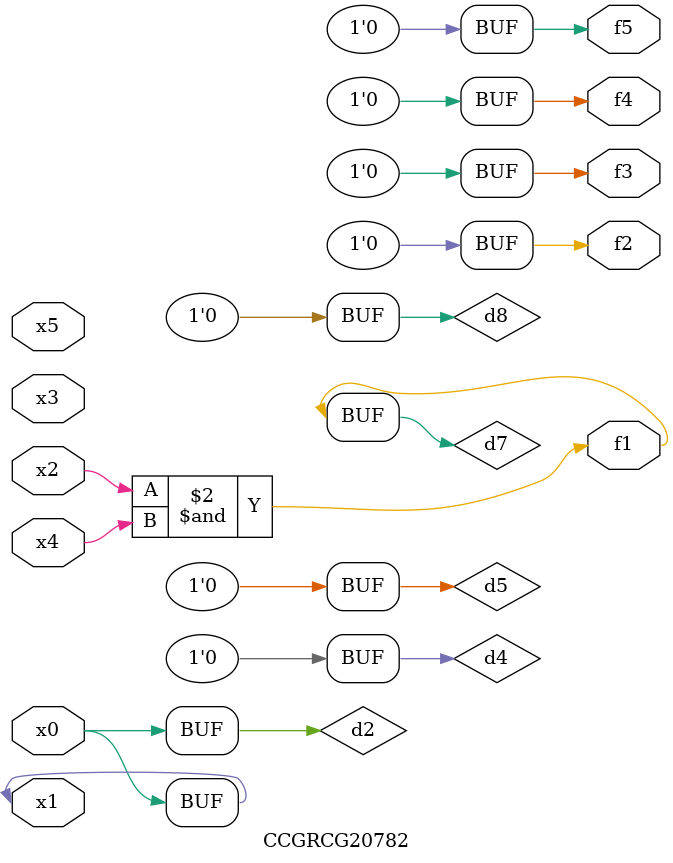
<source format=v>
module CCGRCG20782(
	input x0, x1, x2, x3, x4, x5,
	output f1, f2, f3, f4, f5
);

	wire d1, d2, d3, d4, d5, d6, d7, d8, d9;

	nand (d1, x1);
	buf (d2, x0, x1);
	nand (d3, x2, x4);
	and (d4, d1, d2);
	and (d5, d1, d2);
	nand (d6, d1, d3);
	not (d7, d3);
	xor (d8, d5);
	nor (d9, d5, d6);
	assign f1 = d7;
	assign f2 = d8;
	assign f3 = d8;
	assign f4 = d8;
	assign f5 = d8;
endmodule

</source>
